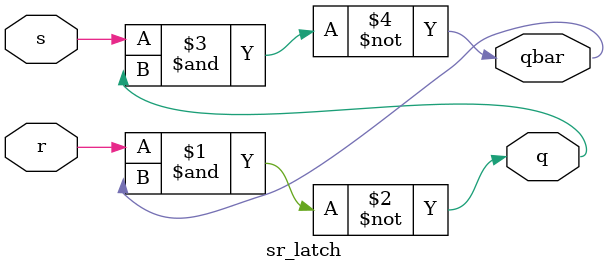
<source format=v>

module sr_latch(q,qbar,s,r);
input s,r;
output q,qbar;
assign q=~(r&qbar);
assign qbar=~(s&q);
endmodule


</source>
